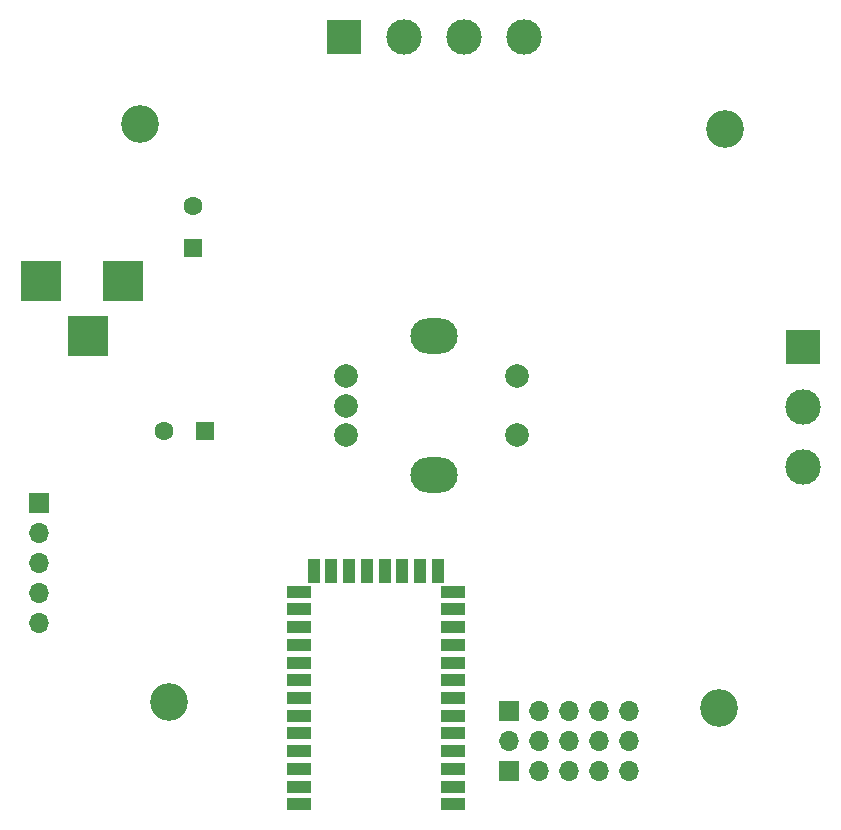
<source format=gbs>
G04 #@! TF.GenerationSoftware,KiCad,Pcbnew,(5.0.0)*
G04 #@! TF.CreationDate,2020-03-26T00:34:20-06:00*
G04 #@! TF.ProjectId,RGB_LEDController,5247425F4C4544436F6E74726F6C6C65,rev?*
G04 #@! TF.SameCoordinates,Original*
G04 #@! TF.FileFunction,Soldermask,Bot*
G04 #@! TF.FilePolarity,Negative*
%FSLAX46Y46*%
G04 Gerber Fmt 4.6, Leading zero omitted, Abs format (unit mm)*
G04 Created by KiCad (PCBNEW (5.0.0)) date 03/26/20 00:34:20*
%MOMM*%
%LPD*%
G01*
G04 APERTURE LIST*
%ADD10R,2.000000X1.000000*%
%ADD11R,1.000000X2.000000*%
%ADD12C,1.600000*%
%ADD13R,1.600000X1.600000*%
%ADD14O,1.700000X1.700000*%
%ADD15R,1.700000X1.700000*%
%ADD16C,2.000000*%
%ADD17O,4.000000X3.000000*%
%ADD18C,3.200000*%
%ADD19C,3.000000*%
%ADD20R,3.000000X3.000000*%
%ADD21R,3.500000X3.500000*%
G04 APERTURE END LIST*
D10*
G04 #@! TO.C,U1*
X124470000Y-119640000D03*
X124470000Y-118140000D03*
X124470000Y-116640000D03*
X124470000Y-115140000D03*
X124470000Y-113640000D03*
X124470000Y-112140000D03*
X124470000Y-110640000D03*
X124470000Y-109140000D03*
X124470000Y-107640000D03*
X124470000Y-106140000D03*
X124470000Y-104640000D03*
X124470000Y-103140000D03*
X124470000Y-101640000D03*
D11*
X125720000Y-99890000D03*
X127220000Y-99890000D03*
X128720000Y-99890000D03*
X130220000Y-99890000D03*
X131720000Y-99890000D03*
X133220000Y-99890000D03*
X134720000Y-99890000D03*
X136220000Y-99890000D03*
D10*
X137470000Y-101640000D03*
X137470000Y-103140000D03*
X137470000Y-104640000D03*
X137470000Y-106140000D03*
X137470000Y-107640000D03*
X137470000Y-109140000D03*
X137470000Y-110640000D03*
X137470000Y-112140000D03*
X137470000Y-113640000D03*
X137470000Y-115140000D03*
X137470000Y-116640000D03*
X137470000Y-118140000D03*
X137470000Y-119640000D03*
G04 #@! TD*
D12*
G04 #@! TO.C,C3*
X113030000Y-88000000D03*
D13*
X116530000Y-88000000D03*
G04 #@! TD*
D14*
G04 #@! TO.C,J2*
X102490000Y-104310000D03*
X102490000Y-101770000D03*
X102490000Y-99230000D03*
X102490000Y-96690000D03*
D15*
X102490000Y-94150000D03*
G04 #@! TD*
D16*
G04 #@! TO.C,SW1*
X128410000Y-88400000D03*
X128410000Y-85900000D03*
X128410000Y-83400000D03*
D17*
X135910000Y-91800000D03*
X135910000Y-80000000D03*
D16*
X142910000Y-88400000D03*
X142910000Y-83400000D03*
G04 #@! TD*
D18*
G04 #@! TO.C,MH1*
X111000000Y-62000000D03*
G04 #@! TD*
G04 #@! TO.C,MH2*
X160500000Y-62500000D03*
G04 #@! TD*
G04 #@! TO.C,MH3*
X113500000Y-111000000D03*
G04 #@! TD*
G04 #@! TO.C,MH4*
X160000000Y-111500000D03*
G04 #@! TD*
D12*
G04 #@! TO.C,C2*
X115500000Y-69000000D03*
D13*
X115500000Y-72500000D03*
G04 #@! TD*
D14*
G04 #@! TO.C,J3*
X152400000Y-114300000D03*
X152400000Y-116840000D03*
X149860000Y-114300000D03*
X149860000Y-116840000D03*
X147320000Y-114300000D03*
X147320000Y-116840000D03*
X144780000Y-114300000D03*
X144780000Y-116840000D03*
X142240000Y-114300000D03*
D15*
X142240000Y-116840000D03*
G04 #@! TD*
D14*
G04 #@! TO.C,J4*
X152400000Y-111760000D03*
X149860000Y-111760000D03*
X147320000Y-111760000D03*
X144780000Y-111760000D03*
D15*
X142240000Y-111760000D03*
G04 #@! TD*
D19*
G04 #@! TO.C,J5*
X167180000Y-91110000D03*
X167180000Y-86030000D03*
D20*
X167180000Y-80950000D03*
G04 #@! TD*
D19*
G04 #@! TO.C,J6*
X143540000Y-54670000D03*
D20*
X128300000Y-54670000D03*
D19*
X138460000Y-54670000D03*
X133380000Y-54670000D03*
G04 #@! TD*
D21*
G04 #@! TO.C,J7*
X106600000Y-80000000D03*
X102600000Y-75300000D03*
X109600000Y-75300000D03*
G04 #@! TD*
M02*

</source>
